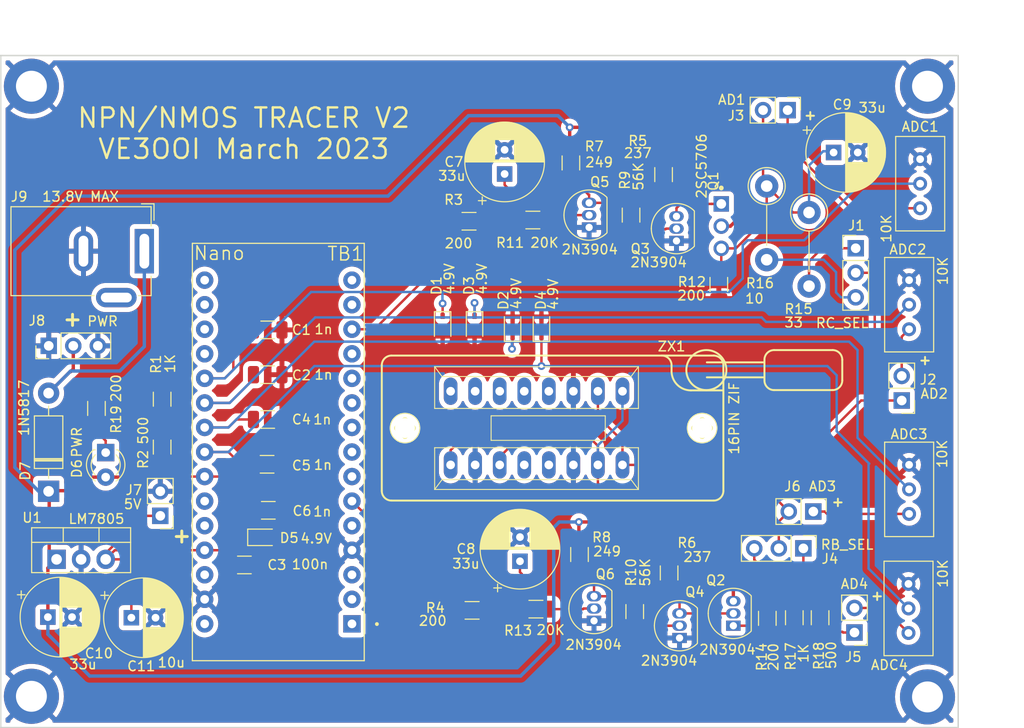
<source format=kicad_pcb>
(kicad_pcb (version 20211014) (generator pcbnew)
  (layers (0 "F.Cu" signal) (31 "B.Cu" signal) (34 "B.Paste" user) (35 "F.Paste" user) (36 "B.SilkS" user "B.Silkscreen") (37 "F.SilkS" user "F.Silkscreen") (38 "B.Mask" user) (39 "F.Mask" user) (44 "Edge.Cuts" user))
  (net 0 "")
  (net 1 "5V")
  (net 2 "GND")
  (net 3 "Vuc_COLLECTOR")
  (net 4 "Vuc_BASE")
  (net 5 "VCC")
  (net 6 "COLLECTOR{slash}DRAIN")
  (net 7 "Net-(Q1-Pad1)")
  (net 8 "VB_OUT")
  (net 9 "Net-(R3-Pad2)")
  (net 10 "BASE{slash}GATE")
  (net 11 "ADC4")
  (net 12 "ADC3")
  (net 13 "ADC2")
  (net 14 "ADC1")
  (net 30 "VC_OUT")
  (net 34 "Net-(Q2-Pad2)")
  (net 35 "Net-(Q3-Pad2)")
  (net 36 "Net-(Q4-Pad2)")
  (net 37 "Net-(Q5-Pad2)")
  (net 39 "Net-(Q5-Pad3)")
  (net 40 "Net-(Q6-Pad2)")
  (net 41 "Net-(Q6-Pad3)")
  (net 42 "Net-(R4-Pad2)")
  (net 44 "Net-(ADC1-Pad3)")
  (net 45 "Net-(ADC2-Pad3)")
  (net 46 "Net-(ADC3-Pad3)")
  (net 47 "Net-(ADC4-Pad3)")
  (net 55 "Net-(C6-Pad1)")
  (net 56 "Net-(D6-Pad1)")
  (net 57 "VIN")
  (net 58 "Net-(J1-Pad1)")
  (net 59 "Net-(J1-Pad3)")
  (net 60 "Net-(J4-Pad1)")
  (net 61 "Net-(J4-Pad3)")
  (footprint "Package_TO_SOT_THT:TO-92_Inline" (layer "F.Cu") (at 158.983 111.4425 90)
    (fp_text reference "Q2")
    (fp_text value "2N3904")
  )
  (footprint "Resistor_SMD:R_1206_3216Metric" (layer "F.Cu") (at 151.765 64.772 90)
    (fp_text reference "R5")
    (fp_text value "237")
  )
  (footprint "Resistor_SMD:R_1206_3216Metric" (layer "F.Cu") (at 138.557 109.728 180)
    (fp_text reference "R13")
    (fp_text value "20K")
  )
  (footprint "Resistor_SMD:R_1206_3216Metric" (layer "F.Cu") (at 131.953 109.855 180)
    (fp_text reference "R4")
    (fp_text value "200")
  )
  (footprint "Resistor_SMD:R_1206_3216Metric" (layer "F.Cu") (at 142.1765 63.5635 90)
    (fp_text reference "R7")
    (fp_text value "249")
  )
  (footprint "Custom_RF:2SC5706" (layer "F.Cu") (at 157.734 70.104)
    (fp_text reference "Q1")
    (fp_text value "2SC5706")
  )
  (footprint "Capacitor_THT:CP_Radial_D8.0mm_P2.50mm" (layer "F.Cu") (at 169.3545 62.484)
    (fp_text reference "C9")
    (fp_text value "33u")
  )
  (footprint "Potentiometer_THT:Potentiometer_Bourns_3296W_Vertical" (layer "F.Cu") (at 178.308 63.1725 90)
    (fp_text reference "ADC1")
    (fp_text value "10K")
  )
  (footprint "Potentiometer_THT:Potentiometer_Bourns_3296W_Vertical" (layer "F.Cu") (at 177.1015 107.1145 90)
    (fp_text reference "ADC4")
    (fp_text value "10K")
  )
  (footprint "Resistor_SMD:R_1206_3216Metric" (layer "F.Cu") (at 165.2905 110.617 -90)
    (fp_text reference "R17")
    (fp_text value "1K")
  )
  (footprint "Package_TO_SOT_THT:TO-92_Inline" (layer "F.Cu") (at 144.0605 70.233 90)
    (fp_text reference "Q5")
    (fp_text value "2N3904")
  )
  (footprint "Capacitor_SMD:C_1206_3216Metric" (layer "F.Cu") (at 108.3945 105.156)
    (fp_text reference "C3")
    (fp_text value "100n")
  )
  (footprint "Connector_PinHeader_2.54mm:PinHeader_1x02_P2.54mm_Vertical" (layer "F.Cu") (at 164.597 58.1025 -90)
    (fp_text reference "J3")
    (fp_text value "AD1")
  )
  (footprint "Package_TO_SOT_THT:TO-92_Inline" (layer "F.Cu") (at 153.416 112.7125 90)
    (fp_text reference "Q4")
    (fp_text value "2N3904")
  )
  (footprint "Resistor_SMD:R_1206_3216Metric" (layer "F.Cu") (at 131.6355 69.598 180)
    (fp_text reference "R3")
    (fp_text value "200")
  )
  (footprint "Capacitor_SMD:C_1206_3216Metric" (layer "F.Cu") (at 110.8075 85.471)
    (fp_text reference "C2")
    (fp_text value "1n")
  )
  (footprint "Diode_THT:D_DO-41_SOD81_P10.16mm_Horizontal" (layer "F.Cu") (at 88.138 97.536 90)
    (fp_text reference "D7")
    (fp_text value "1N5817")
  )
  (footprint "Connector_PinHeader_2.54mm:PinHeader_1x02_P2.54mm_Vertical" (layer "F.Cu") (at 171.5135 112.146 180)
    (fp_text reference "J5")
    (fp_text value "AD4")
  )
  (footprint "MountingHole:MountingHole_3.2mm_M3_ISO7380_Pad_TopBottom" (layer "F.Cu") (at 86.36 55.626)
    (fp_text reference "H1" hide)
    (fp_text value "MountingHole" hide)
  )
  (footprint "MountingHole:MountingHole_3.2mm_M3_ISO7380_Pad_TopBottom" (layer "F.Cu") (at 86.36 118.745)
    (fp_text reference "H3" hide)
    (fp_text value "MountingHole" hide)
  )
  (footprint "Capacitor_SMD:C_1206_3216Metric" (layer "F.Cu") (at 110.8075 80.8355)
    (fp_text reference "C1")
    (fp_text value "1n")
  )
  (footprint "Connector_PinHeader_2.54mm:PinHeader_1x02_P2.54mm_Vertical" (layer "F.Cu") (at 99.695 100.076 180)
    (fp_text reference "J7")
    (fp_text value "5V")
  )
  (footprint "Package_TO_SOT_THT:TO-220-3_Vertical" (layer "F.Cu") (at 88.9635 104.577)
    (fp_text reference "U1")
    (fp_text value "LM7805")
  )
  (footprint "Connector_PinHeader_2.54mm:PinHeader_1x02_P2.54mm_Vertical" (layer "F.Cu") (at 167.259 99.6315 -90)
    (fp_text reference "J6")
    (fp_text value "AD3")
  )
  (footprint "Capacitor_THT:CP_Radial_D8.0mm_P2.50mm" (layer "F.Cu") (at 135.3185 64.7085 90)
    (fp_text reference "C7")
    (fp_text value "33u")
  )
  (footprint "Connector_BarrelJack:BarrelJack_GCT_DCJ200-10-A_Horizontal" (layer "F.Cu") (at 98.044 72.6925 -90)
    (fp_text reference "J9")
    (fp_text value "13.8V MAX")
  )
  (footprint "Capacitor_SMD:C_1206_3216Metric" (layer "F.Cu") (at 110.8075 90.1065)
    (fp_text reference "C4")
    (fp_text value "1n")
  )
  (footprint "Microcontrollers:SHIELD_ARDUINO_NANO" (layer "F.Cu") (at 111.9045 93.472 180)
    (fp_text reference "TB1")
    (fp_text value "Nano")
  )
  (footprint "Capacitor_THT:CP_Radial_D8.0mm_P2.50mm" (layer "F.Cu") (at 96.7008 110.617)
    (fp_text reference "C11")
    (fp_text value "10u")
  )
  (footprint "Connector_PinHeader_2.54mm:PinHeader_1x03_P2.54mm_Vertical" (layer "F.Cu") (at 166.228 103.4415 -90)
    (fp_text reference "J4")
    (fp_text value "RB_SEL")
  )
  (footprint "Resistor_SMD:R_1206_3216Metric" (layer "F.Cu") (at 143.0655 104.0765 90)
    (fp_text reference "R8")
    (fp_text value "249")
  )
  (footprint "Diode_SMD:D_SOD-323" (layer "F.Cu") (at 136.144 80.518 90)
    (fp_text reference "D2")
    (fp_text value "4.9V")
  )
  (footprint "Potentiometer_THT:Potentiometer_Bourns_3296W_Vertical" (layer "F.Cu") (at 177.165 94.7955 90)
    (fp_text reference "ADC3")
    (fp_text value "10K")
  )
  (footprint "Resistor_SMD:R_1206_3216Metric" (layer "F.Cu") (at 152.3365 105.9815 90)
    (fp_text reference "R6")
    (fp_text value "237")
  )
  (footprint "Package_TO_SOT_THT:TO-92_Inline" (layer "F.Cu") (at 153.0985 71.63 90)
    (fp_text reference "Q3")
    (fp_text value "2N3904")
  )
  (footprint "MountingHole:MountingHole_3.2mm_M3_ISO7380_Pad_TopBottom" (layer "F.Cu") (at 179.07 55.626)
    (fp_text reference "H2" hide)
    (fp_text value "MountingHole" hide)
  )
  (footprint "Resistor_SMD:R_1206_3216Metric" (layer "F.Cu") (at 157.48 76.1365 90)
    (fp_text reference "R12")
    (fp_text value "200")
  )
  (footprint "Package_TO_SOT_THT:TO-92_Inline" (layer "F.Cu") (at 144.5685 110.9345 90)
    (fp_text reference "Q6")
    (fp_text value "2N3904")
  )
  (footprint "Capacitor_SMD:C_1206_3216Metric" (layer "F.Cu") (at 110.871 99.5045)
    (fp_text reference "C6")
    (fp_text value "1n")
  )
  (footprint "Resistor_SMD:R_1206_3216Metric" (layer "F.Cu") (at 167.9575 110.617 -90)
    (fp_text reference "R18")
    (fp_text value "500")
  )
  (footprint "Resistor_SMD:R_1206_3216Metric" (layer "F.Cu") (at 93.091 88.9635 -90)
    (fp_text reference "R19")
    (fp_text value "200")
  )
  (footprint "Resistor_THT:R_Axial_DIN0411_L9.9mm_D3.6mm_P7.62mm_Vertical" (layer "F.Cu") (at 166.8145 68.6895 -90)
    (fp_text reference "R15")
    (fp_text value "33")
  )
  (footprint "Connector_PinHeader_2.54mm:PinHeader_1x03_P2.54mm_Vertical" (layer "F.Cu") (at 88.153 82.4865 90)
    (fp_text reference "J8")
    (fp_text value "PWR")
  )
  (footprint "Resistor_SMD:R_1206_3216Metric" (layer "F.Cu") (at 99.8855 88.009 90)
    (fp_text reference "R1")
    (fp_text value "1K")
  )
  (footprint "Diode_SMD:D_SOD-323" (layer "F.Cu") (at 110.236 102.2985)
    (fp_text reference "D5")
    (fp_text value "4.9V")
  )
  (footprint "Resistor_SMD:R_1206_3216Metric" (layer "F.Cu") (at 99.8855 92.964 -90)
    (fp_text reference "R2")
    (fp_text value "500")
  )
  (footprint "Resistor_SMD:R_1206_3216Metric" (layer "F.Cu") (at 148.3995 68.963 90)
    (fp_text reference "R9")
    (fp_text value "56K")
  )
  (footprint "Capacitor_SMD:C_1206_3216Metric" (layer "F.Cu") (at 110.744 94.742)
    (fp_text reference "C5")
    (fp_text value "1n")
  )
  (footprint "Diode_SMD:D_SOD-323" (layer "F.Cu") (at 139.1285 80.518 90)
    (fp_text reference "D4")
    (fp_text value "4.9V")
  )
  (footprint "LED_THT:LED_D3.0mm" (layer "F.Cu") (at 94.0435 93.5305 -90)
    (fp_text reference "D6")
    (fp_text value "PWR")
  )
  (footprint "Capacitor_THT:CP_Radial_D8.0mm_P2.50mm" (layer "F.Cu") (at 136.906 104.775 90)
    (fp_text reference "C8")
    (fp_text value "33u")
  )
  (footprint "Connector_PinHeader_2.54mm:PinHeader_1x02_P2.54mm_Vertical" (layer "F.Cu") (at 176.403 88.143 180)
    (fp_text reference "J2")
    (fp_text value "AD2")
  )
  (footprint "Resistor_SMD:R_1206_3216Metric" (layer "F.Cu") (at 148.7805 109.982 90)
    (fp_text reference "R10")
    (fp_text value "56K")
  )
  (footprint "Connector_PinHeader_2.54mm:PinHeader_1x03_P2.54mm_Vertical" (layer "F.Cu") (at 171.6405 72.39)
    (fp_text reference "J1")
    (fp_text value "RC_SEL")
  )
  (footprint "Custom_RF:16Pin ZIF" (layer "F.Cu") (at 138.6205 90.9955 180)
    (fp_text reference "ZX1")
    (fp_text value "16PIN ZIF")
  )
  (footprint "Resistor_SMD:R_1206_3216Metric" (layer "F.Cu") (at 138.2395 69.471 180)
    (fp_text reference "R11")
    (fp_text value "20K")
  )
  (footprint "MountingHole:MountingHole_3.2mm_M3_ISO7380_Pad_TopBottom" (layer "F.Cu") (at 179.07 118.8085)
    (fp_text reference "H4" hide)
    (fp_text value "MountingHole" hide)
  )
  (footprint "Potentiometer_THT:Potentiometer_Bourns_3296W_Vertical" (layer "F.Cu") (at 177.165 75.692 90)
    (fp_text reference "ADC2")
    (fp_text value "10K")
  )
  (footprint "Resistor_THT:R_Axial_DIN0411_L9.9mm_D3.6mm_P7.62mm_Vertical" (layer "F.Cu") (at 162.433 65.959 -90)
    (fp_text reference "R16")
    (fp_text value "10")
  )
  (footprint "Resistor_SMD:R_1206_3216Metric" (layer "F.Cu") (at 162.4965 110.6805 -90)
    (fp_text reference "R14")
    (fp_text value "200")
  )
  (footprint "Capacitor_THT:CP_Radial_D8.0mm_P2.50mm" (layer "F.Cu") (at 88.0648 110.5535)
    (fp_text reference "C10")
    (fp_text value "33u")
  )
  (footprint "Diode_SMD:D_SOD-323" (layer "F.Cu") (at 128.905 80.4545 -90)
    (fp_text reference "D1")
    (fp_text value "4.9V")
  )
  (footprint "Diode_SMD:D_SOD-323" (layer "F.Cu") (at 132.207 80.4545 -90)
    (fp_text reference "D3")
    (fp_text value "4.9V")
  )
  (gr_rect (start 182.245 52.451) (end 83.185 121.9835) (layer "Edge.Cuts") (width 0.15) (fill none))
  (gr_text "+" (at 166.9415 58.6105) (layer "F.SilkS") (effects (font (size 1 1) (thickness 0.2)) (justify mirror)))
  (gr_text "+" (at 169.799 98.6155) (layer "F.SilkS") (effects (font (size 1 1) (thickness 0.2)) (justify mirror)))
  (gr_text "+" (at 90.6145 79.6925) (layer "F.SilkS") (effects (font (size 1.5 1.5) (thickness 0.3))))
  (gr_text "+" (at 178.816 83.947) (layer "F.SilkS") (effects (font (size 1 1) (thickness 0.2)) (justify mirror)))
  (gr_text "+" (at 101.9175 102.108) (layer "F.SilkS") (effects (font (size 1.5 1.5) (thickness 0.3))))
  (gr_text "NPN/NMOS TRACER V2\nVE3OOI March 2023" (at 108.331 60.5155) (layer "F.SilkS") (effects (font (size 2 2) (thickness 0.25))))
  (gr_text "+" (at 173.863 108.331) (layer "F.SilkS") (effects (font (size 1 1) (thickness 0.2)) (justify mirror)))
  (segment (start 95.56 104.577) (end 96.7008 105.7178) (width 0.25) (layer "F.Cu") (net 1))
  (segment (start 94.0435 104.577) (end 94.0435 103.9495) (width 0.25) (layer "F.Cu") (net 1))
  (segment (start 104.2845 103.632) (end 106.7435 103.632) (width 0.25) (layer "F.Cu") (net 1))
  (segment (start 104.2845 103.632) (end 94.9885 103.632) (width 0.25) (layer "F.Cu") (net 1))
  (segment (start 106.9195 103.808) (end 106.9195 105.156) (width 0.25) (layer "F.Cu") (net 1))
  (segment (start 94.0435 104.577) (end 95.56 104.577) (width 0.25) (layer "F.Cu") (net 1))
  (segment (start 96.7008 105.7178) (end 96.7008 110.617) (width 0.25) (layer "F.Cu") (net 1))
  (segment (start 94.9885 103.632) (end 94.0435 104.577) (width 0.25) (layer "F.Cu") (net 1))
  (segment (start 97.917 100.076) (end 99.695 100.076) (width 0.25) (layer "F.Cu") (net 1))
  (segment (start 106.7435 103.632) (end 106.9195 103.808) (width 0.25) (layer "F.Cu") (net 1))
  (segment (start 94.0435 103.9495) (end 97.917 100.076) (width 0.25) (layer "F.Cu") (net 1))
  (segment (start 135.3185 65.8336) (end 136.777 67.2921) (width 0.25) (layer "F.Cu") (net 3))
  (segment (start 135.3185 64.7085) (end 135.3185 65.8336) (width 0.25) (layer "F.Cu") (net 3))
  (segment (start 136.65 69.598) (end 136.777 69.471) (width 0.25) (layer "F.Cu") (net 3))
  (segment (start 133.098 69.598) (end 136.65 69.598) (width 0.25) (layer "F.Cu") (net 3))
  (segment (start 136.777 67.2921) (end 136.777 69.471) (width 0.25) (layer "F.Cu") (net 3))
  (segment (start 136.906 105.9001) (end 137.0945 106.0886) (width 0.25) (layer "F.Cu") (net 4))
  (segment (start 136.906 104.775) (end 136.906 105.9001) (width 0.25) (layer "F.Cu") (net 4))
  (segment (start 136.9675 109.855) (end 137.0945 109.728) (width 0.25) (layer "F.Cu") (net 4))
  (segment (start 133.4155 109.855) (end 136.9675 109.855) (width 0.25) (layer "F.Cu") (net 4))
  (segment (start 137.0945 106.0886) (end 137.0945 109.728) (width 0.25) (layer "F.Cu") (net 4))
  (segment (start 94.0435 96.0705) (end 95.763 96.0705) (width 0.35) (layer "F.Cu") (net 5))
  (segment (start 88.138 97.536) (end 88.2015 97.5995) (width 0.35) (layer "F.Cu") (net 5))
  (segment (start 92.461 96.0705) (end 94.0435 96.0705) (width 0.35) (layer "F.Cu") (net 5))
  (segment (start 160.02 61.976) (end 160.02 68.7705) (width 0.35) (layer "F.Cu") (net 5))
  (segment (start 150.3045 59.8805) (end 157.9245 59.8805) (width 0.35) (layer "F.Cu") (net 5))
  (segment (start 156.718 100.711) (end 158.983 102.976) (width 0.35) (layer "F.Cu") (net 5))
  (segment (start 96.393 87.63) (end 97.4765 86.5465) (width 0.35) (layer "F.Cu") (net 5))
  (segment (start 152.4 104.4555) (end 152.3365 104.519) (width 0.35) (layer "F.Cu") (net 5))
  (segment (start 88.2015 97.5995) (end 88.2015 98.2345) (width 0.35) (layer "F.Cu") (net 5))
  (segment (start 143.002 102.5505) (end 143.0655 102.614) (width 0.35) (layer "F.Cu") (net 5))
  (segment (start 88.2015 98.2345) (end 88.2015 103.815) (width 0.35) (layer "F.Cu") (net 5))
  (segment (start 160.02 68.7705) (end 158.6865 70.104) (width 0.35) (layer "F.Cu") (net 5))
  (segment (start 88.2015 97.4725) (end 91.059 97.4725) (width 0.35) (layer "F.Cu") (net 5))
  (segment (start 142.0495 59.8805) (end 150.3045 59.8805) (width 0.35) (layer "F.Cu") (net 5))
  (segment (start 150.0505 100.711) (end 152.4 103.0605) (width 0.35) (layer "F.Cu") (net 5))
  (segment (start 88.0648 110.5535) (end 88.0648 105.4757) (width 0.35) (layer "F.Cu") (net 5))
  (segment (start 88.2015 103.815) (end 88.9635 104.577) (width 0.35) (layer "F.Cu") (net 5))
  (segment (start 97.4765 86.5465) (end 99.8855 86.5465) (width 0.35) (layer "F.Cu") (net 5))
  (segment (start 95.763 96.0705) (end 96.393 95.4405) (width 0.35) (layer "F.Cu") (net 5))
  (segment (start 151.8285 63.246) (end 151.765 63.3095) (width 0.35) (layer "F.Cu") (net 5))
  (segment (start 96.393 95.4405) (end 96.393 87.63) (width 0.35) (layer "F.Cu") (net 5))
  (segment (start 142.0495 59.8805) (end 142.0495 61.974) (width 0.35) (layer "F.Cu") (net 5))
  (segment (start 157.9245 59.8805) (end 160.02 61.976) (width 0.35) (layer "F.Cu") (net 5))
  (segment (start 150.0505 100.711) (end 156.718 100.711) (width 0.35) (layer "F.Cu") (net 5))
  (segment (start 150.3045 59.8805) (end 151.8285 61.4045) (width 0.35) (layer "F.Cu") (net 5))
  (segment (start 142.0495 61.974) (end 142.1765 62.101) (width 0.35) (layer "F.Cu") (net 5))
  (segment (start 88.0648 105.4757) (end 88.9635 104.577) (width 0.35) (layer "F.Cu") (net 5))
  (segment (start 91.059 97.4725) (end 92.461 96.0705) (width 0.35) (layer "F.Cu") (net 5))
  (segment (start 143.002 100.711) (end 150.0505 100.711) (width 0.35) (layer "F.Cu") (net 5))
  (segment (start 158.6865 70.104) (end 157.734 70.104) (width 0.35) (layer "F.Cu") (net 5))
  (segment (start 143.002 100.711) (end 143.002 102.5505) (width 0.35) (layer "F.Cu") (net 5))
  (segment (start 152.4 103.0605) (end 152.4 104.4555) (width 0.35) (layer "F.Cu") (net 5))
  (segment (start 158.983 102.976) (end 158.983 108.9025) (width 0.35) (layer "F.Cu") (net 5))
  (segment (start 151.8285 61.4045) (end 151.8285 63.246) (width 0.35) (layer "F.Cu") (net 5))
  (segment (start 88.2015 97.4725) (end 88.2015 98.2345) (width 0.35) (layer "F.Cu") (net 5))
  (via (at 142.0495 59.8805) (size 0.8) (drill 0.4) (layers "F.Cu" "B.Cu") (net 5))
  (via (at 143.002 100.711) (size 0.8) (drill 0.4) (layers "F.Cu" "B.Cu") (net 5))
  (segment (start 86.96325 97.37725) (end 84.6455 95.0595) (width 0.35) (layer "B.Cu") (net 5))
  (segment (start 84.6455 95.0595) (end 84.6455 72.5805) (width 0.35) (layer "B.Cu") (net 5))
  (segment (start 140.3985 101.2825) (end 140.97 100.711) (width 0.35) (layer "B.Cu") (net 5))
  (segment (start 88.0648 110.5535) (end 88.0648 112.3218) (width 0.35) (layer "B.Cu") (net 5))
  (segment (start 88.2015 97.4725) (end 87.0585 97.4725) (width 0.35) (layer "B.Cu") (net 5))
  (segment (start 84.6455 72.5805) (end 90.2335 66.9925) (width 0.35) (layer "B.Cu") (net 5))
  (segment (start 140.3985 113.2205) (end 140.3985 101.2825) (width 0.35) (layer "B.Cu") (net 5))
  (segment (start 123.2535 66.9925) (end 131.572 58.674) (width 0.35) (layer "B.Cu") (net 5))
  (segment (start 92.3925 116.6495) (end 136.9695 116.6495) (width 0.35) (layer "B.Cu") (net 5))
  (segment (start 140.97 100.711) (end 143.002 100.711) (width 0.35) (layer "B.Cu") (net 5))
  (segment (start 136.9695 116.6495) (end 140.3985 113.2205) (width 0.35) (layer "B.Cu") (net 5))
  (segment (start 87.122 97.536) (end 86.96325 97.37725) (width 0.35) (layer "B.Cu") (net 5))
  (segment (start 88.0648 112.3218) (end 92.3925 116.6495) (width 0.35) (layer "B.Cu") (net 5))
  (segment (start 140.843 58.674) (end 142.0495 59.8805) (width 0.35) (layer "B.Cu") (net 5))
  (segment (start 131.572 58.674) (end 140.843 58.674) (width 0.35) (layer "B.Cu") (net 5))
  (segment (start 90.2335 66.9925) (end 123.2535 66.9925) (width 0.35) (layer "B.Cu") (net 5))
  (segment (start 88.138 97.536) (end 87.122 97.536) (width 0.35) (layer "B.Cu") (net 5))
  (segment (start 87.0585 97.4725) (end 86.96325 97.37725) (width 0.35) (layer "B.Cu") (net 5))
  (segment (start 172.207 88.143) (end 173.4135 88.143) (width 0.25) (layer "F.Cu") (net 6))
  (segment (start 144.9705 89.789) (end 144.9705 87.1855) (width 0.25) (layer "F.Cu") (net 6))
  (segment (start 147.5105 94.8055) (end 147.5105 92.329) (width 0.25) (layer "F.Cu") (net 6))
  (segment (start 132.969 90.043) (end 145.2245 90.043) (width 0.25) (layer "F.Cu") (net 6))
  (segment (start 173.4135 88.143) (end 174.366 88.143) (width 0.25) (layer "F.Cu") (net 6))
  (segment (start 174.366 88.143) (end 176.403 88.143) (width 0.25) (layer "F.Cu") (net 6))
  (segment (start 129.7305 93.2815) (end 132.969 90.043) (width 0.25) (layer "F.Cu") (net 6))
  (segment (start 173.609 75.438) (end 173.609 87.9475) (width 0.25) (layer "F.Cu") (net 6))
  (segment (start 147.5105 92.329) (end 145.2245 90.043) (width 0.25) (layer "F.Cu") (net 6))
  (segment (start 129.7305 94.8055) (end 129.7305 93.2815) (width 0.25) (layer "F.Cu") (net 6))
  (segment (start 147.5105 94.8055) (end 165.5445 94.8055) (width 0.25) (layer "F.Cu") (net 6))
  (segment (start 173.609 87.9475) (end 173.4135 88.143) (width 0.25) (layer "F.Cu") (net 6))
  (segment (start 171.6405 74.93) (end 173.101 74.93) (width 0.25) (layer "F.Cu") (net 6))
  (segment (start 145.2245 90.043) (end 144.9705 89.789) (width 0.25) (layer "F.Cu") (net 6))
  (segment (start 173.101 74.93) (end 173.609 75.438) (width 0.25) (layer "F.Cu") (net 6))
  (segment (start 165.5445 94.8055) (end 172.207 88.143) (width 0.25) (layer "F.Cu") (net 6))
  (segment (start 157.734 67.804) (end 156.7215 67.804) (width 0.25) (layer "F.Cu") (net 7))
  (segment (start 153.0985 69.09) (end 153.0985 68.2399) (width 0.25) (layer "F.Cu") (net 7))
  (segment (start 153.3345 67.804) (end 151.765 66.2345) (width 0.25) (layer "F.Cu") (net 7))
  (segment (start 156.7215 67.804) (end 153.3345 67.804) (width 0.25) (layer "F.Cu") (net 7))
  (segment (start 153.3345 68.0039) (end 153.0985 68.2399) (width 0.25) (layer "F.Cu") (net 7))
  (segment (start 153.3345 67.804) (end 153.3345 68.0039) (width 0.25) (layer "F.Cu") (net 7))
  (segment (start 162.56 112.0795) (end 162.4965 112.143) (width 0.25) (layer "F.Cu") (net 8))
  (segment (start 171.5135 112.146) (end 170.3384 112.146) (width 0.25) (layer "F.Cu") (net 8))
  (segment (start 170.2719 112.0795) (end 170.3384 112.146) (width 0.25) (layer "F.Cu") (net 8))
  (segment (start 167.9575 112.0795) (end 170.2719 112.0795) (width 0.25) (layer "F.Cu") (net 8))
  (segment (start 165.2905 112.0795) (end 167.9575 112.0795) (width 0.25) (layer "F.Cu") (net 8))
  (segment (start 165.2905 112.0795) (end 162.56 112.0795) (width 0.25) (layer "F.Cu") (net 8))
  (segment (start 161.796 111.4425) (end 162.4965 112.143) (width 0.25) (layer "F.Cu") (net 8))
  (segment (start 158.983 111.4425) (end 161.796 111.4425) (width 0.25) (layer "F.Cu") (net 8))
  (segment (start 121.8565 80.772) (end 126.9365 75.692) (width 0.25) (layer "F.Cu") (net 9))
  (segment (start 126.9365 75.692) (end 126.9365 70.6755) (width 0.25) (layer "F.Cu") (net 9))
  (segment (start 126.9365 70.6755) (end 128.014 69.598) (width 0.25) (layer "F.Cu") (net 9))
  (segment (start 128.014 69.598) (end 130.173 69.598) (width 0.25) (layer "F.Cu") (net 9))
  (segment (start 119.5245 80.772) (end 121.8565 80.772) (width 0.25) (layer "F.Cu") (net 9))
  (segment (start 136.7155 92.075) (end 144.2085 92.075) (width 0.25) (layer "F.Cu") (net 10))
  (segment (start 145.4785 97.2185) (end 144.9705 96.7105) (width 0.25) (layer "F.Cu") (net 10))
  (segment (start 162.306 97.2185) (end 145.4785 97.2185) (width 0.25) (layer "F.Cu") (net 10))
  (segment (start 134.8105 94.8055) (end 134.8105 93.98) (width 0.25) (layer "F.Cu") (net 10))
  (segment (start 144.9705 92.837) (end 144.9705 94.8055) (width 0.25) (layer "F.Cu") (net 10))
  (segment (start 134.8105 93.98) (end 136.7155 92.075) (width 0.25) (layer "F.Cu") (net 10))
  (segment (start 163.688 103.4415) (end 163.688 100.6625) (width 0.25) (layer "F.Cu") (net 10))
  (segment (start 163.688 100.6625) (end 164.719 99.6315) (width 0.25) (layer "F.Cu") (net 10))
  (segment (start 144.2085 92.075) (end 144.9705 92.837) (width 0.25) (layer "F.Cu") (net 10))
  (segment (start 144.9705 96.7105) (end 144.9705 94.8055) (width 0.25) (layer "F.Cu") (net 10))
  (segment (start 164.719 99.6315) (end 162.306 97.2185) (width 0.25) (layer "F.Cu") (net 10))
  (segment (start 144.9705 92.7735) (end 147.5105 90.2335) (width 0.25) (layer "B.Cu") (net 10))
  (segment (start 144.9705 94.8055) (end 144.9705 92.7735) (width 0.25) (layer "B.Cu") (net 10))
  (segment (start 147.5105 90.2335) (end 147.5105 87.1855) (width 0.25) (layer "B.Cu") (net 10))
  (segment (start 106.7435 93.472) (end 108.0135 94.742) (width 0.25) (layer "F.Cu") (net 11))
  (segment (start 108.0135 94.742) (end 109.269 94.742) (width 0.25) (layer "F.Cu") (net 11))
  (segment (start 139.1285 84.582) (end 139.1285 81.568) (width 0.25) (layer "F.Cu") (net 11))
  (segment (start 104.2845 93.472) (end 106.7435 93.472) (width 0.25) (layer "F.Cu") (net 11))
  (via (at 139.1285 84.582) (size 0.8) (drill 0.4) (layers "F.Cu" "B.Cu") (net 11))
  (segment (start 106.807 93.472) (end 104.2845 93.472) (width 0.25) (layer "B.Cu") (net 11))
  (segment (start 169.672 91.313) (end 169.672 88.5825) (width 0.25) (layer "B.Cu") (net 11))
  (segment (start 169.672 85.5345) (end 168.7195 84.582) (width 0.25) (layer "B.Cu") (net 11))
  (segment (start 172.974 94.742) (end 173.0375 94.6785) (width 0.25) (layer "B.Cu") (net 11))
  (segment (start 115.6335 84.582) (end 106.807 93.4085) (width 0.25) (layer "B.Cu") (net 11))
  (segment (start 172.974 105.527) (end 172.974 94.742) (width 0.25) (layer "B.Cu") (net 11))
  (segment (start 139.1285 84.582) (end 115.6335 84.582) (width 0.25) (layer "B.Cu") (net 11))
  (segment (start 177.1015 109.6545) (end 172.974 105.527) (width 0.25) (layer "B.Cu") (net 11))
  (segment (start 173.0375 94.6785) (end 169.672 91.313) (width 0.25) (layer "B.Cu") (net 11))
  (segment (start 168.7195 84.582) (end 139.1285 84.582) (width 0.25) (layer "B.Cu") (net 11))
  (segment (start 169.672 88.5825) (end 169.672 85.5345) (width 0.25) (layer "B.Cu") (net 11))
  (segment (start 136.0805 82.804) (end 136.2075 82.677) (width 0.25) (layer "F.Cu") (net 12))
  (segment (start 136.144 81.568) (end 136.144 82.7405) (width 0.25) (layer "F.Cu") (net 12))
  (segment (start 104.2845 90.932) (end 106.7435 90.932) (width 0.25) (layer "F.Cu") (net 12))
  (segment (start 106.7435 90.932) (end 107.569 90.1065) (width 0.25) (layer "F.Cu") (net 12))
  (segment (start 107.569 90.1065) (end 109.3325 90.1065) (width 0.25) (layer "F.Cu") (net 12))
  (segment (start 136.144 82.7405) (end 136.0805 82.804) (width 0.25) (layer "F.Cu") (net 12))
  (via (at 136.0805 82.804) (size 0.8) (drill 0.4) (layers "F.Cu" "B.Cu") (net 12))
  (segment (start 136.195988 82.053512) (end 170.953512 82.053512) (width 0.25) (layer "B.Cu") (net 12))
  (segment (start 136.0805 82.053512) (end 115.621988 82.053512) (width 0.25) (layer "B.Cu") (net 12))
  (segment (start 170.953512 82.053512) (end 171.831 82.931) (width 0.25) (layer "B.Cu") (net 12))
  (segment (start 136.0805 82.169) (end 136.195988 82.053512) (width 0.25) (layer "B.Cu") (net 12))
  (segment (start 171.831 82.931) (end 171.831 92.0015) (width 0.25) (layer "B.Cu") (net 12))
  (segment (start 171.831 92.0015) (end 177.165 97.3355) (width 0.25) (layer "B.Cu") (net 12))
  (segment (start 115.621988 82.053512) (end 106.7435 90.932) (width 0.25) (layer "B.Cu") (net 12))
  (segment (start 136.0805 82.804) (end 136.0805 82.169) (width 0.25) (layer "B.Cu") (net 12))
  (segment (start 106.7435 90.932) (end 104.2845 90.932) (width 0.25) (layer "B.Cu") (net 12))
  (segment (start 136.0805 82.804) (end 136.0805 82.053512) (width 0.25) (layer "B.Cu") (net 12))
  (segment (start 106.8705 88.392) (end 109.3325 85.93) (width 0.25) (layer "F.Cu") (net 13))
  (segment (start 104.2845 88.392) (end 106.8705 88.392) (width 0.25) (layer "F.Cu") (net 13))
  (segment (start 132.207 78.0415) (end 132.207 79.4045) (width 0.25) (layer "F.Cu") (net 13))
  (segment (start 109.3325 85.93) (end 109.3325 85.471) (width 0.25) (layer "F.Cu") (net 13))
  (via (at 132.207 78.0415) (size 0.8) (drill 0.4) (layers "F.Cu" "B.Cu") (net 13))
  (segment (start 175.387 80.01) (end 162.3695 80.01) (width 0.25) (layer "B.Cu") (net 13))
  (segment (start 115.7155 79.547) (end 106.8705 88.392) (width 0.25) (layer "B.Cu") (net 13))
  (segment (start 132.207 79.5285) (end 132.1885 79.547) (width 0.25) (layer "B.Cu") (net 13))
  (segment (start 177.165 78.232) (end 175.387 80.01) (width 0.25) (layer "B.Cu") (net 13))
  (segment (start 132.207 78.0415) (end 132.207 79.5285) (width 0.25) (layer "B.Cu") (net 13))
  (segment (start 132.1885 79.547) (end 115.7155 79.547) (width 0.25) (layer "B.Cu") (net 13))
  (segment (start 106.8705 88.392) (end 104.2845 88.392) (width 0.25) (layer "B.Cu") (net 13))
  (segment (start 162.3695 80.01) (end 161.9065 79.547) (width 0.25) (layer "B.Cu") (net 13))
  (segment (start 161.9065 79.547) (end 132.1885 79.547) (width 0.25) (layer "B.Cu") (net 13))
  (segment (start 106.3625 85.852) (end 107.2515 84.963) (width 0.25) (layer "F.Cu") (net 14))
  (segment (start 107.2515 82.1055) (end 108.5215 80.8355) (width 0.25) (layer "F.Cu") (net 14))
  (segment (start 104.2845 85.852) (end 106.3625 85.852) (width 0.25) (layer "F.Cu") (net 14))
  (segment (start 107.2515 84.963) (end 107.2515 82.1055) (width 0.25) (layer "F.Cu") (net 14))
  (segment (start 128.905 78.105) (end 128.905 79.4045) (width 0.25) (layer "F.Cu") (net 14))
  (segment (start 108.5215 80.8355) (end 109.3325 80.8355) (width 0.25) (layer "F.Cu") (net 14))
  (via (at 128.905 78.105) (size 0.8) (drill 0.4) (layers "F.Cu" "B.Cu") (net 14))
  (segment (start 159.9565 72.0725) (end 160.4645 71.5645) (width 0.25) (layer "B.Cu") (net 14))
  (segment (start 128.8865 76.917) (end 158.541 76.917) (width 0.25) (layer "B.Cu") (net 14))
  (segment (start 158.541 76.917) (end 159.9565 75.5015) (width 0.25) (layer "B.Cu") (net 14))
  (segment (start 166.3065 71.5645) (end 172.1585 65.7125) (width 0.25) (layer "B.Cu") (net 14))
  (segment (start 128.8865 76.917) (end 128.8865 78.0865) (width 0.25) (layer "B.Cu") (net 14))
  (segment (start 172.1585 65.7125) (end 178.308 65.7125) (width 0.25) (layer "B.Cu") (net 14))
  (segment (start 106.3625 85.852) (end 115.2975 76.917) (width 0.25) (layer "B.Cu") (net 14))
  (segment (start 159.9565 75.5015) (end 159.9565 72.0725) (width 0.25) (layer "B.Cu") (net 14))
  (segment (start 160.4645 71.5645) (end 166.3065 71.5645) (width 0.25) (layer "B.Cu") (net 14))
  (segment (start 115.2975 76.917) (end 128.8865 76.917) (width 0.25) (layer "B.Cu") (net 14))
  (segment (start 104.2845 85.852) (end 106.3625 85.852) (width 0.25) (layer "B.Cu") (net 14))
  (segment (start 128.8865 78.0865) (end 128.905 78.105) (width 0.25) (layer "B.Cu") (net 14))
  (segment (start 159.244 72.404) (end 162.433 69.215) (width 0.25) (layer "F.Cu") (net 30))
  (segment (start 162.433 65.959) (end 165.1635 68.6895) (width 0.25) (layer "F.Cu") (net 30))
  (segment (start 162.057 65.583) (end 162.433 65.959) (width 0.25) (layer "F.Cu") (net 30))
  (segment (start 165.1635 68.6895) (end 166.8145 68.6895) (width 0.25) (layer "F.Cu") (net 30))
  (segment (start 157.734 72.404) (end 159.244 72.404) (width 0.25) (layer "F.Cu") (net 30))
  (segment (start 162.433 69.215) (end 162.433 65.959) (width 0.25) (layer "F.Cu") (net 30))
  (segment (start 157.734 72.404) (end 157.734 74.42) (width 0.25) (layer "F.Cu") (net 30))
  (segment (start 157.734 74.42) (end 157.48 74.674) (width 0.25) (layer "F.Cu") (net 30))
  (segment (start 162.057 58.1025) (end 162.057 65.583) (width 0.25) (layer "F.Cu") (net 30))
  (segment (start 169.2275 62.357) (end 169.3545 62.484) (width 0.25) (layer "B.Cu") (net 30))
  (segment (start 166.8145 68.6895) (end 166.8145 63.8175) (width 0.25) (layer "B.Cu") (net 30))
  (segment (start 166.8145 63.8175) (end 168.275 62.357) (width 0.25) (layer "B.Cu") (net 30))
  (segment (start 168.275 62.357) (end 169.2275 62.357) (width 0.25) (layer "B.Cu") (net 30))
  (segment (start 158.983 110.1725) (end 153.416 110.1725) (width 0.25) (layer "F.Cu") (net 34))
  (segment (start 153.416 108.5235) (end 152.3365 107.444) (width 0.25) (layer "F.Cu") (net 34))
  (segment (start 153.416 110.1725) (end 153.416 108.5235) (width 0.25) (layer "F.Cu") (net 34))
  (segment (start 152.0234 70.36) (end 151.9579 70.4255) (width 0.25) (layer "F.Cu") (net 35))
  (segment (start 153.0985 70.36) (end 152.0234 70.36) (width 0.25) (layer "F.Cu") (net 35))
  (segment (start 151.9579 70.4255) (end 148.3995 70.4255) (width 0.25) (layer "F.Cu") (net 35))
  (segment (start 152.3409 111.4425) (end 152.3389 111.4445) (width 0.25) (layer "F.Cu") (net 36))
  (segment (start 153.416 111.4425) (end 152.3409 111.4425) (width 0.25) (layer "F.Cu") (net 36))
  (segment (start 152.3389 111.4445) (end 148.7805 111.4445) (width 0.25) (layer "F.Cu") (net 36))
  (segment (start 140.21 68.963) (end 139.702 69.471) (width 0.25) (layer "F.Cu") (net 37))
  (segment (start 144.0605 68.963) (end 140.21 68.963) (width 0.25) (layer "F.Cu") (net 37))
  (segment (start 144.0605 67.693) (end 144.0605 66.8429) (width 0.25) (layer "F.Cu") (net 39))
  (segment (start 148.207 67.693) (end 148.3995 67.5005) (width 0.25) (layer "F.Cu") (net 39))
  (segment (start 142.1765 65.026) (end 143.9934 66.8429) (width 0.25) (layer "F.Cu") (net 39))
  (segment (start 143.9934 66.8429) (end 144.0605 66.8429) (width 0.25) (layer "F.Cu") (net 39))
  (segment (start 144.0605 67.693) (end 148.207 67.693) (width 0.25) (layer "F.Cu") (net 39))
  (segment (start 143.4934 109.6645) (end 143.4299 109.728) (width 0.25) (layer "F.Cu") (net 40))
  (segment (start 143.4299 109.728) (end 140.0195 109.728) (width 0.25) (layer "F.Cu") (net 40))
  (segment (start 144.5685 109.6645) (end 143.4934 109.6645) (width 0.25) (layer "F.Cu") (net 40))
  (segment (start 148.6555 108.3945) (end 148.7805 108.5195) (width 0.25) (layer "F.Cu") (net 41))
  (segment (start 144.5685 107.042) (end 144.5685 108.3945) (width 0.25) (layer "F.Cu") (net 41))
  (segment (start 144.5685 108.3945) (end 148.6555 108.3945) (width 0.25) (layer "F.Cu") (net 41))
  (segment (start 143.0655 105.539) (end 144.5685 107.042) (width 0.25) (layer "F.Cu") (net 41))
  (segment (start 130.4905 109.518) (end 119.5245 98.552) (width 0.25) (layer "F.Cu") (net 42))
  (segment (start 130.4905 109.855) (end 130.4905 109.518) (width 0.25) (layer "F.Cu") (net 42))
  (segment (start 171.1225 68.2525) (end 164.597 61.727) (width 0.25) (layer "F.Cu") (net 44))
  (segment (start 178.308 68.2525) (end 171.1225 68.2525) (width 0.25) (layer "F.Cu") (net 44))
  (segment (start 164.597 61.727) (end 164.597 58.1025) (width 0.25) (layer "F.Cu") (net 44))
  (segment (start 177.165 80.772) (end 176.403 81.534) (width 0.25) (layer "F.Cu") (net 45))
  (segment (start 176.403 81.534) (end 176.403 85.603) (width 0.25) (layer "F.Cu") (net 45))
  (segment (start 167.259 99.6315) (end 168.4341 99.6315) (width 0.25) (layer "F.Cu") (net 46))
  (segment (start 168.6781 99.8755) (end 168.4341 99.6315) (width 0.25) (layer "F.Cu") (net 46))
  (segment (start 177.165 99.8755) (end 168.6781 99.8755) (width 0.25) (layer "F.Cu") (net 46))
  (segment (start 177.1015 112.1945) (end 174.513 109.606) (width 0.25) (layer "F.Cu") (net 47))
  (segment (start 174.513 109.606) (end 171.5135 109.606) (width 0.25) (layer "F.Cu") (net 47))
  (segment (start 104.2845 96.012) (end 102.362 96.012) (width 0.25) (layer "F.Cu") (net 55))
  (segment (start 109.1225 102.235) (end 109.186 102.2985) (width 0.25) (layer "F.Cu") (net 55))
  (segment (start 107.188 97.0915) (end 107.188 99.314) (width 0.25) (layer "F.Cu") (net 55))
  (segment (start 102.362 96.012) (end 101.854 95.504) (width 0.25) (layer "F.Cu") (net 55))
  (segment (start 99.8855 89.4715) (end 99.8855 91.5015) (width 0.25) (layer "F.Cu") (net 55))
  (segment (start 101.854 91.821) (end 101.5345 91.5015) (width 0.25) (layer "F.Cu") (net 55))
  (segment (start 107.188 99.314) (end 107.3785 99.5045) (width 0.25) (layer "F.Cu") (net 55))
  (segment (start 109.1225 99.778) (end 109.1225 102.235) (width 0.25) (layer "F.Cu") (net 55))
  (segment (start 104.2845 96.012) (end 106.1085 96.012) (width 0.25) (layer "F.Cu") (net 55))
  (segment (start 106.1085 96.012) (end 107.188 97.0915) (width 0.25) (layer "F.Cu") (net 55))
  (segment (start 109.396 99.5045) (end 109.1225 99.778) (width 0.25) (layer "F.Cu") (net 55))
  (segment (start 101.5345 91.5015) (end 99.8855 91.5015) (width 0.25) (layer "F.Cu") (net 55))
  (segment (start 107.3785 99.5045) (end 109.396 99.5045) (width 0.25) (layer "F.Cu") (net 55))
  (segment (start 101.854 95.504) (end 101.854 91.821) (width 0.25) (layer "F.Cu") (net 55))
  (segment (start 94.0435 92.3054) (end 93.091 91.3529) (width 0.25) (layer "F.Cu") (net 56))
  (segment (start 93.091 91.3529) (end 93.091 90.426) (width 0.25) (layer "F.Cu") (net 56))
  (segment (start 94.0435 93.5305) (end 94.0435 92.3054) (width 0.25) (layer "F.Cu") (net 56))
  (segment (start 90.693 84.8845) (end 90.693 82.4865) (width 0.35) (layer "F.Cu") (net 57))
  (segment (start 88.138 87.376) (end 90.3605 85.1535) (width 0.35) (layer "F.Cu") (net 57))
  (segment (start 90.3605 85.1535) (end 90.424 85.1535) (width 0.35) (layer "F.Cu") (net 57))
  (segment (start 90.424 85.1535) (end 90.693 84.8845) (width 0.35) (layer "F.Cu") (net 57))
  (segment (start 95.504 85.09) (end 90.424 85.09) (width 0.35) (layer "B.Cu") (net 57))
  (segment (start 98.044 82.55) (end 95.504 85.09) (width 0.35) (layer "B.Cu") (net 57))
  (segment (start 90.424 85.09) (end 88.138 87.376) (width 0.35) (layer "B.Cu") (net 57))
  (segment (start 98.044 72.6925) (end 98.044 82.55) (width 0.35) (layer "B.Cu") (net 57))
  (segment (start 166.8145 73.7235) (end 168.148 72.39) (width 0.25) (layer "F.Cu") (net 58))
  (segment (start 168.148 72.39) (end 171.6405 72.39) (width 0.25) (layer "F.Cu") (net 58))
  (segment (start 166.8145 76.3095) (end 166.8145 73.7235) (width 0.25) (layer "F.Cu") (net 58))
  (segment (start 170.1165 77.47) (end 171.6405 77.47) (width 0.25) (layer "B.Cu") (net 59))
  (segment (start 162.433 73.579) (end 168.321 73.579) (width 0.25) (layer "B.Cu") (net 59))
  (segment (start 168.321 73.579) (end 169.6085 74.8665) (width 0.25) (layer "B.Cu") (net 59))
  (segment (start 169.6085 74.8665) (end 169.6085 76.962) (width 0.25) (layer "B.Cu") (net 59))
  (segment (start 169.6085 76.962) (end 170.1165 77.47) (width 0.25) (layer "B.Cu") (net 59))
  (segment (start 166.228 103.4415) (end 166.228 107.425) (width 0.25) (layer "F.Cu") (net 60))
  (segment (start 166.228 107.425) (end 167.9575 109.1545) (width 0.25) (layer "F.Cu") (net 60))
  (segment (start 165.2905 108.7591) (end 165.2905 109.1545) (width 0.25) (layer "F.Cu") (net 61))
  (segment (start 161.148 103.4415) (end 161.148 104.6166) (width 0.25) (layer "F.Cu") (net 61))
  (segment (start 161.148 104.6166) (end 165.2905 108.7591) (width 0.25) (layer "F.Cu") (net 61))
  (zone (net 2) (net_name "GND") (layers F&B.Cu) (connect_pads (clearance 0.508)) (min_thickness 0.254) (fill yes (thermal_gap 0.508) (thermal_bridge_width 0.508))
    (polygon (pts (xy 182.245 121.9835) (xy 83.185 121.9835) (xy 83.185 52.451) (xy 182.245 52.451)))
  )
)
</source>
